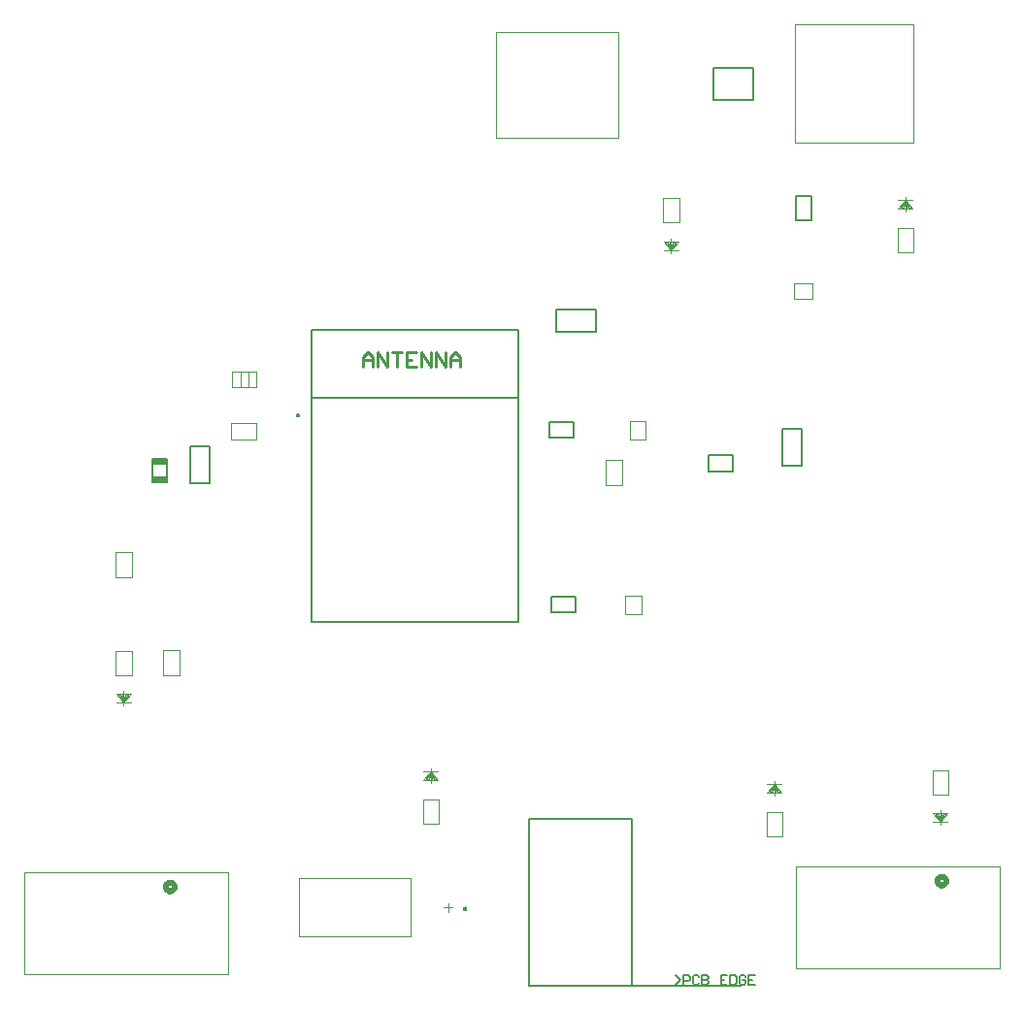
<source format=gbr>
%FSTAX23Y23*%
%MOMM*%
%SFA1B1*%

%IPPOS*%
%ADD10C,0.507999*%
%ADD11C,0.200000*%
%ADD13C,0.100000*%
%ADD16C,0.127000*%
%ADD79C,0.025400*%
%ADD80C,0.169200*%
%ADD81C,0.264399*%
%LNpcb1_mechanical_13-1*%
%LPD*%
G36*
X1373Y44711D02*
Y44211D01*
X1243*
Y44711*
X1373*
G37*
G36*
Y46211D02*
Y45711D01*
X1243*
Y46211*
X1373*
G37*
G54D10*
X14351Y0889D02*
D01*
X1435Y08916*
X14347Y08943*
X14342Y08969*
X14336Y08995*
X14328Y0902*
X14318Y09044*
X14306Y09068*
X14293Y09091*
X14278Y09113*
X14261Y09134*
X14244Y09154*
X14224Y09173*
X14204Y0919*
X14183Y09205*
X1416Y09219*
X14137Y09232*
X14112Y09243*
X14087Y09252*
X14062Y09259*
X14036Y09265*
X14009Y09268*
X13983Y0927*
X13956*
X1393Y09268*
X13903Y09265*
X13877Y09259*
X13852Y09252*
X13827Y09243*
X13802Y09232*
X13779Y09219*
X13756Y09205*
X13735Y0919*
X13715Y09173*
X13695Y09154*
X13678Y09134*
X13661Y09113*
X13646Y09091*
X13633Y09068*
X13621Y09044*
X13611Y0902*
X13603Y08995*
X13597Y08969*
X13592Y08943*
X13589Y08916*
X13589Y0889*
X13589Y08863*
X13592Y08836*
X13597Y0881*
X13603Y08784*
X13611Y08759*
X13621Y08735*
X13633Y08711*
X13646Y08688*
X13661Y08666*
X13678Y08645*
X13695Y08625*
X13715Y08606*
X13735Y08589*
X13756Y08574*
X13779Y0856*
X13802Y08547*
X13827Y08536*
X13852Y08527*
X13877Y0852*
X13903Y08514*
X1393Y08511*
X13956Y08509*
X13983*
X14009Y08511*
X14036Y08514*
X14062Y0852*
X14087Y08527*
X14112Y08536*
X14137Y08547*
X1416Y0856*
X14183Y08574*
X14204Y08589*
X14224Y08606*
X14244Y08625*
X14261Y08645*
X14278Y08666*
X14293Y08688*
X14306Y08711*
X14318Y08735*
X14328Y08759*
X14336Y08784*
X14342Y0881*
X14347Y08836*
X1435Y08863*
X14351Y0889*
X81661Y09398D02*
D01*
X8166Y09424*
X81657Y09451*
X81652Y09477*
X81646Y09503*
X81638Y09528*
X81628Y09552*
X81616Y09576*
X81603Y09599*
X81588Y09621*
X81571Y09642*
X81554Y09662*
X81534Y09681*
X81514Y09698*
X81493Y09713*
X8147Y09727*
X81447Y0974*
X81422Y09751*
X81397Y0976*
X81372Y09767*
X81346Y09773*
X81319Y09776*
X81293Y09778*
X81266*
X8124Y09776*
X81213Y09773*
X81187Y09767*
X81162Y0976*
X81137Y09751*
X81112Y0974*
X81089Y09727*
X81066Y09713*
X81045Y09698*
X81025Y09681*
X81005Y09662*
X80988Y09642*
X80971Y09621*
X80956Y09599*
X80943Y09576*
X80931Y09552*
X80921Y09528*
X80913Y09503*
X80907Y09477*
X80902Y09451*
X80899Y09424*
X80899Y09398*
X80899Y09371*
X80902Y09344*
X80907Y09318*
X80913Y09292*
X80921Y09267*
X80931Y09243*
X80943Y09219*
X80956Y09196*
X80971Y09174*
X80988Y09153*
X81005Y09133*
X81025Y09114*
X81045Y09097*
X81066Y09082*
X81089Y09068*
X81112Y09055*
X81137Y09044*
X81162Y09035*
X81187Y09028*
X81213Y09022*
X8124Y09019*
X81266Y09017*
X81293*
X81319Y09019*
X81346Y09022*
X81372Y09028*
X81397Y09035*
X81422Y09044*
X81447Y09055*
X8147Y09068*
X81493Y09082*
X81514Y09097*
X81534Y09114*
X81554Y09133*
X81571Y09153*
X81588Y09174*
X81603Y09196*
X81616Y09219*
X81628Y09243*
X81638Y09267*
X81646Y09292*
X81652Y09318*
X81657Y09344*
X8166Y09371*
X81661Y09398*
G54D11*
X39784Y06985D02*
D01*
X39784Y06991*
X39784Y06998*
X39782Y07005*
X39781Y07012*
X39778Y07019*
X39776Y07025*
X39773Y07031*
X39769Y07037*
X39765Y07043*
X39761Y07049*
X39756Y07054*
X39751Y07059*
X39746Y07063*
X3974Y07067*
X39734Y07071*
X39728Y07074*
X39722Y07077*
X39715Y0708*
X39709Y07082*
X39702Y07083*
X39695Y07084*
X39688Y07084*
X39681*
X39674Y07084*
X39667Y07083*
X3966Y07082*
X39654Y0708*
X39647Y07077*
X39641Y07074*
X39634Y07071*
X39629Y07067*
X39623Y07063*
X39618Y07059*
X39613Y07054*
X39608Y07049*
X39604Y07043*
X396Y07037*
X39596Y07031*
X39593Y07025*
X39591Y07019*
X39588Y07012*
X39587Y07005*
X39585Y06998*
X39585Y06991*
X39584Y06985*
X39585Y06978*
X39585Y06971*
X39587Y06964*
X39588Y06957*
X39591Y0695*
X39593Y06944*
X39596Y06938*
X396Y06931*
X39604Y06926*
X39608Y0692*
X39613Y06915*
X39618Y0691*
X39623Y06906*
X39629Y06902*
X39634Y06898*
X39641Y06895*
X39647Y06892*
X39654Y06889*
X3966Y06887*
X39667Y06886*
X39674Y06885*
X39681Y06885*
X39688*
X39695Y06885*
X39702Y06886*
X39709Y06887*
X39715Y06889*
X39722Y06892*
X39728Y06895*
X39734Y06898*
X3974Y06902*
X39746Y06906*
X39751Y0691*
X39756Y06915*
X39761Y0692*
X39765Y06926*
X39769Y06931*
X39773Y06938*
X39776Y06944*
X39778Y0695*
X39781Y06957*
X39782Y06964*
X39784Y06971*
X39784Y06978*
X39784Y06985*
X25218Y50038D02*
D01*
X25218Y50044*
X25218Y50051*
X25216Y50058*
X25215Y50065*
X25212Y50072*
X2521Y50078*
X25207Y50084*
X25203Y5009*
X25199Y50096*
X25195Y50102*
X2519Y50107*
X25185Y50112*
X2518Y50116*
X25174Y5012*
X25168Y50124*
X25162Y50127*
X25156Y5013*
X25149Y50133*
X25143Y50135*
X25136Y50136*
X25129Y50137*
X25122Y50137*
X25115*
X25108Y50137*
X25101Y50136*
X25094Y50135*
X25088Y50133*
X25081Y5013*
X25075Y50127*
X25068Y50124*
X25063Y5012*
X25057Y50116*
X25052Y50112*
X25047Y50107*
X25042Y50102*
X25038Y50096*
X25034Y5009*
X2503Y50084*
X25027Y50078*
X25025Y50072*
X25022Y50065*
X25021Y50058*
X25019Y50051*
X25019Y50044*
X25019Y50038*
X25019Y50031*
X25019Y50024*
X25021Y50017*
X25022Y5001*
X25025Y50003*
X25027Y49997*
X2503Y49991*
X25034Y49984*
X25038Y49979*
X25042Y49973*
X25047Y49968*
X25052Y49963*
X25057Y49959*
X25063Y49955*
X25068Y49951*
X25075Y49948*
X25081Y49945*
X25088Y49942*
X25094Y4994*
X25101Y49939*
X25108Y49938*
X25115Y49938*
X25122*
X25129Y49938*
X25136Y49939*
X25143Y4994*
X25149Y49942*
X25156Y49945*
X25162Y49948*
X25168Y49951*
X25174Y49955*
X2518Y49959*
X25185Y49963*
X2519Y49968*
X25195Y49973*
X25199Y49979*
X25203Y49984*
X25207Y49991*
X2521Y49997*
X25212Y50003*
X25215Y5001*
X25216Y50017*
X25218Y50024*
X25218Y50031*
X25218Y50038*
G54D13*
X51979Y43979D02*
X53429D01*
X51979Y46189D02*
X53429D01*
X51979Y43979D02*
Y46189D01*
X53429Y43979D02*
Y46189D01*
X13371Y29552D02*
X14821D01*
X13371Y27342D02*
X14821D01*
Y29552*
X13371Y27342D02*
Y29552D01*
X0918Y35914D02*
X1063D01*
X0918Y38124D02*
X1063D01*
X0918Y35914D02*
Y38124D01*
X1063Y35914D02*
Y38124D01*
X19278Y47915D02*
Y49365D01*
X21488Y47915D02*
Y49365D01*
X19278D02*
X21488D01*
X19278Y47915D02*
X21488D01*
X68509Y73843D02*
X78809D01*
X68509Y84143D02*
X78809D01*
Y73843D02*
Y84143D01*
X68509Y73843D02*
Y84143D01*
X42374Y74283D02*
X53024D01*
X42374Y83453D02*
X53024D01*
X42374Y74283D02*
Y83453D01*
X53024Y74283D02*
Y83453D01*
X70014Y60179D02*
Y61579D01*
X68414Y60179D02*
Y61579D01*
X70014*
X68414Y60179D02*
X70014D01*
X53655Y34327D02*
X55055D01*
X53655Y32727D02*
X55055D01*
X53655D02*
Y34327D01*
X55055Y32727D02*
Y34327D01*
X54036Y49567D02*
X55436D01*
X54036Y47967D02*
X55436D01*
X54036D02*
Y49567D01*
X55436Y47967D02*
Y49567D01*
G54D16*
X45279Y00224D02*
X63749D01*
X45279Y00284D02*
Y14794D01*
Y00284D02*
X54279D01*
Y14794*
X45279D02*
X54279D01*
X67348Y45643D02*
X69048D01*
X67348Y48843D02*
X69048D01*
X67348Y45643D02*
Y48843D01*
X69048Y45643D02*
Y48843D01*
X1243Y44211D02*
Y46211D01*
X1373*
Y44211D02*
Y46211D01*
X1243Y44211D02*
X1373D01*
X61368Y77593D02*
X64868D01*
X61368Y80393D02*
X64868D01*
Y77593D02*
Y80393D01*
X61368Y77593D02*
Y80393D01*
X47652Y57342D02*
X51152D01*
X47652Y59242D02*
X51152D01*
Y57342D02*
Y59242D01*
X47652Y57342D02*
Y59242D01*
X26318Y57527D02*
X44318D01*
Y51527D02*
Y57527D01*
Y32027D02*
Y51527D01*
X26318Y32027D02*
X44318D01*
X26318D02*
Y51527D01*
Y57527*
Y51527D02*
X44318D01*
X60905Y46546D02*
X63045D01*
X60905Y45146D02*
X63045D01*
X60905D02*
Y46546D01*
X63045Y45146D02*
Y46546D01*
X69914Y67047D02*
Y69187D01*
X68514Y67047D02*
Y69187D01*
X69914*
X68514Y67047D02*
X69914D01*
X47189Y32827D02*
X49329D01*
X47189Y34227D02*
X49329D01*
Y32827D02*
Y34227D01*
X47189Y32827D02*
Y34227D01*
X47062Y48067D02*
X49202D01*
X47062Y49467D02*
X49202D01*
Y48067D02*
Y49467D01*
X47062Y48067D02*
Y49467D01*
X17403Y44119D02*
Y47319D01*
X15703Y44119D02*
Y47319D01*
X17403*
X15703Y44119D02*
X17403D01*
G54D79*
X20104Y52539D02*
Y53886D01*
X19392D02*
X20104D01*
X19392Y52539D02*
Y53886D01*
Y52539D02*
X20104D01*
X20789D02*
Y53886D01*
Y52539D02*
X21501D01*
Y53886*
X20789D02*
X21501D01*
X19392Y52539D02*
X21501D01*
Y53886*
X19392D02*
X21501D01*
X19392Y52539D02*
Y53886D01*
X37858Y07112D02*
X3862D01*
X38239Y06731D02*
Y07493D01*
X25234Y09626D02*
X34963D01*
X25234Y04597D02*
Y09626D01*
Y04597D02*
X34963D01*
Y09626*
X66675Y16814D02*
Y18084D01*
X6604Y1783D02*
X6731D01*
X66675D02*
X6731Y17068D01*
X66675Y1783D02*
X67183Y17068D01*
X66675Y1783D02*
X67056Y17068D01*
X66675Y1783D02*
X66929Y17068D01*
X66675Y1783D02*
X66802Y17068D01*
X6604D02*
X66675Y1783D01*
X66167Y17068D02*
X66675Y1783D01*
X66294Y17068D02*
X66675Y1783D01*
X66421Y17068D02*
X66675Y1783D01*
X66548Y17068D02*
X66675Y1783D01*
X6604Y17068D02*
X6731D01*
X65976Y13296D02*
Y15405D01*
Y13296D02*
X67373D01*
Y15405*
X65976D02*
X67373D01*
X78105Y67824D02*
Y69094D01*
X7747Y6884D02*
X7874D01*
X78105D02*
X7874Y68078D01*
X78105Y6884D02*
X78613Y68078D01*
X78105Y6884D02*
X78486Y68078D01*
X78105Y6884D02*
X78359Y68078D01*
X78105Y6884D02*
X78232Y68078D01*
X7747D02*
X78105Y6884D01*
X77597Y68078D02*
X78105Y6884D01*
X77724Y68078D02*
X78105Y6884D01*
X77851Y68078D02*
X78105Y6884D01*
X77978Y68078D02*
X78105Y6884D01*
X7747Y68078D02*
X7874D01*
X77406Y64306D02*
Y66414D01*
Y64306D02*
X78803D01*
Y66414*
X77406D02*
X78803D01*
X09906Y24714D02*
Y25984D01*
X09271Y24968D02*
X10541D01*
X09271Y2573D02*
X09906Y24968D01*
X09398Y2573D02*
X09906Y24968D01*
X09525Y2573D02*
X09906Y24968D01*
X09652Y2573D02*
X09906Y24968D01*
X09779Y2573D02*
X09906Y24968D01*
X10541Y2573*
X09906Y24968D02*
X10414Y2573D01*
X09906Y24968D02*
X10287Y2573D01*
X09906Y24968D02*
X1016Y2573D01*
X09906Y24968D02*
X10033Y2573D01*
X09271D02*
X10541D01*
X10604Y27393D02*
Y29502D01*
X09207D02*
X10604D01*
X09207Y27393D02*
Y29502D01*
Y27393D02*
X10604D01*
X81153Y143D02*
Y1557D01*
X80518Y14554D02*
X81788D01*
X80518Y15316D02*
X81153Y14554D01*
X80645Y15316D02*
X81153Y14554D01*
X80772Y15316D02*
X81153Y14554D01*
X80899Y15316D02*
X81153Y14554D01*
X81026Y15316D02*
X81153Y14554D01*
X81788Y15316*
X81153Y14554D02*
X81661Y15316D01*
X81153Y14554D02*
X81534Y15316D01*
X81153Y14554D02*
X81407Y15316D01*
X81153Y14554D02*
X8128Y15316D01*
X80518D02*
X81788D01*
X81851Y16979D02*
Y19088D01*
X80454D02*
X81851D01*
X80454Y16979D02*
Y19088D01*
Y16979D02*
X81851D01*
X36703Y17957D02*
Y19227D01*
X36068Y18973D02*
X37338D01*
X36703D02*
X37338Y18211D01*
X36703Y18973D02*
X37211Y18211D01*
X36703Y18973D02*
X37084Y18211D01*
X36703Y18973D02*
X36957Y18211D01*
X36703Y18973D02*
X3683Y18211D01*
X36068D02*
X36703Y18973D01*
X36195Y18211D02*
X36703Y18973D01*
X36322Y18211D02*
X36703Y18973D01*
X36449Y18211D02*
X36703Y18973D01*
X36576Y18211D02*
X36703Y18973D01*
X36068Y18211D02*
X37338D01*
X36004Y14439D02*
Y16548D01*
Y14439D02*
X37401D01*
Y16548*
X36004D02*
X37401D01*
X57658Y64211D02*
Y65481D01*
X57023Y64465D02*
X58293D01*
X57023Y65227D02*
X57658Y64465D01*
X5715Y65227D02*
X57658Y64465D01*
X57277Y65227D02*
X57658Y64465D01*
X57404Y65227D02*
X57658Y64465D01*
X57531Y65227D02*
X57658Y64465D01*
X58293Y65227*
X57658Y64465D02*
X58166Y65227D01*
X57658Y64465D02*
X58039Y65227D01*
X57658Y64465D02*
X57912Y65227D01*
X57658Y64465D02*
X57785Y65227D01*
X57023D02*
X58293D01*
X58356Y6689D02*
Y68999D01*
X56959D02*
X58356D01*
X56959Y6689D02*
Y68999D01*
Y6689D02*
X58356D01*
X1905Y0127D02*
Y1016D01*
X0127Y0127D02*
X1905D01*
X0127D02*
Y1016D01*
X1905*
X8636Y01778D02*
Y10668D01*
X6858Y01778D02*
X8636D01*
X6858D02*
Y10668D01*
X8636*
G54D80*
X58079Y00384D02*
X58486Y00791D01*
X58079Y01197*
X58757Y00384D02*
Y01197D01*
X59163*
X59298Y01062*
Y00791*
X59163Y00655*
X58757*
X60111Y01062D02*
X59975Y01197D01*
X59705*
X59569Y01062*
Y0052*
X59705Y00384*
X59975*
X60111Y0052*
X60382Y01197D02*
Y00384D01*
X60788*
X60923Y0052*
Y00655*
X60788Y00791*
X60382*
X60788*
X60923Y00926*
Y01062*
X60788Y01197*
X60382*
X62548D02*
X62007D01*
Y00384*
X62548*
X62007Y00791D02*
X62278D01*
X62819Y01197D02*
Y00384D01*
X63226*
X63361Y0052*
Y01062*
X63226Y01197*
X62819*
X64173Y01062D02*
X64038Y01197D01*
X63767*
X63632Y01062*
Y0052*
X63767Y00384*
X64038*
X64173Y0052*
Y00791*
X63903*
X64986Y01197D02*
X64444D01*
Y00384*
X64986*
X64444Y00791D02*
X64715D01*
G54D81*
X30818Y54277D02*
Y55124D01*
X31242Y55547*
X31665Y55124*
Y54277*
Y54912*
X30818*
X32088Y54277D02*
Y55547D01*
X32934Y54277*
Y55547*
X33358D02*
X34204D01*
X33781*
Y54277*
X35474Y55547D02*
X34627D01*
Y54277*
X35474*
X34627Y54912D02*
X3505D01*
X35897Y54277D02*
Y55547D01*
X36743Y54277*
Y55547*
X37166Y54277D02*
Y55547D01*
X38013Y54277*
Y55547*
X38436Y54277D02*
Y55124D01*
X38859Y55547*
X39282Y55124*
Y54277*
Y54912*
X38436*
M02*
</source>
